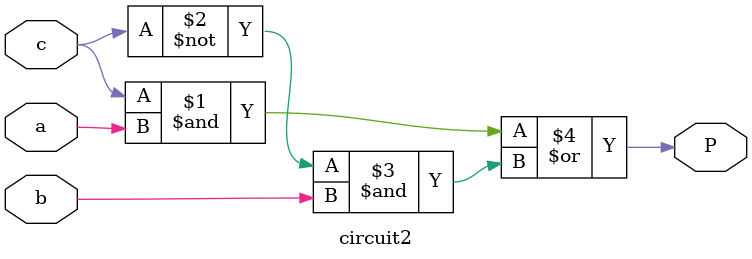
<source format=v>
module circuit2(
  input c,
  input b,
  input a,
  output P
);
  
  assign P = (c & a) | (~c & b);

endmodule

</source>
